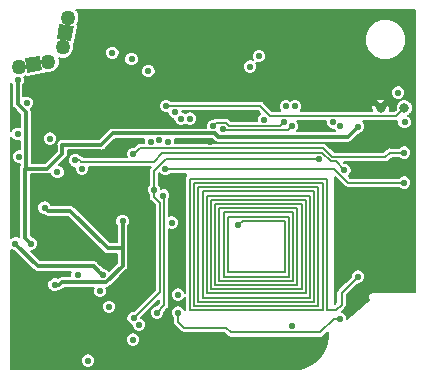
<source format=gbr>
G04 #@! TF.GenerationSoftware,KiCad,Pcbnew,(5.0.0-rc2-92-g9552e0272)*
G04 #@! TF.CreationDate,2018-06-17T01:32:07-07:00*
G04 #@! TF.ProjectId,sprite,7370726974652E6B696361645F706362,rev?*
G04 #@! TF.SameCoordinates,Original*
G04 #@! TF.FileFunction,Copper,L3,Inr,Signal*
G04 #@! TF.FilePolarity,Positive*
%FSLAX46Y46*%
G04 Gerber Fmt 4.6, Leading zero omitted, Abs format (unit mm)*
G04 Created by KiCad (PCBNEW (5.0.0-rc2-92-g9552e0272)) date Sun Jun 17 01:32:07 2018*
%MOMM*%
%LPD*%
G01*
G04 APERTURE LIST*
G04 #@! TA.AperFunction,ViaPad*
%ADD10C,0.812800*%
G04 #@! TD*
G04 #@! TA.AperFunction,ViaPad*
%ADD11C,1.270000*%
G04 #@! TD*
G04 #@! TA.AperFunction,Conductor*
%ADD12C,0.076200*%
G04 #@! TD*
G04 #@! TA.AperFunction,ViaPad*
%ADD13C,0.558800*%
G04 #@! TD*
G04 #@! TA.AperFunction,Conductor*
%ADD14C,0.304800*%
G04 #@! TD*
G04 #@! TA.AperFunction,Conductor*
%ADD15C,0.203200*%
G04 #@! TD*
G04 #@! TA.AperFunction,Conductor*
%ADD16C,0.152400*%
G04 #@! TD*
G04 APERTURE END LIST*
D10*
G04 #@! TO.N,GND*
G04 #@! TO.C,B1*
X152541100Y-92152074D03*
G04 #@! TO.N,/VBAT*
X154541100Y-92152074D03*
G04 #@! TD*
D11*
G04 #@! TO.N,/RF_N*
G04 #@! TO.C,A1*
X121890394Y-88672607D03*
X124391806Y-88231541D03*
X123141100Y-88452074D03*
D12*
G36*
X123656186Y-87716454D02*
X123876720Y-88967160D01*
X122626014Y-89187694D01*
X122405480Y-87936988D01*
X123656186Y-87716454D01*
X123656186Y-87716454D01*
G37*
G04 #@! TD*
D11*
G04 #@! TO.N,/RF_P*
G04 #@! TO.C,A2*
X125620567Y-87002780D03*
X126061633Y-84501368D03*
X125841100Y-85752074D03*
D12*
G36*
X125326014Y-85016454D02*
X126576720Y-85236988D01*
X126356186Y-86487694D01*
X125105480Y-86267160D01*
X125326014Y-85016454D01*
X125326014Y-85016454D01*
G37*
G04 #@! TD*
D13*
G04 #@! TO.N,VCC*
X131572000Y-111760000D03*
X131445000Y-88005112D03*
X121607700Y-103632000D03*
X129013769Y-106302674D03*
G04 #@! TO.N,GND*
X154178000Y-100838000D03*
X149352000Y-95504000D03*
X131064000Y-107696000D03*
X153162000Y-97282000D03*
X124714000Y-104394000D03*
X124206000Y-112014000D03*
X143827500Y-84328000D03*
X133096000Y-103886000D03*
X149606000Y-106426000D03*
X129540000Y-84836000D03*
X121539000Y-99441000D03*
X136652000Y-87401410D03*
X138938000Y-87401410D03*
X132842000Y-113601500D03*
X134747000Y-87566500D03*
X129540000Y-111252000D03*
X123825928Y-99884051D03*
X127571500Y-92329000D03*
X128524000Y-93980000D03*
X146812000Y-93700714D03*
X140462000Y-86360000D03*
X138049000Y-94996000D03*
X121539000Y-93599000D03*
X127254000Y-103886000D03*
X148286928Y-84393524D03*
X141478000Y-114046000D03*
X145542000Y-114046000D03*
G04 #@! TO.N,VCCINT*
X141478000Y-88646000D03*
X145034000Y-110617000D03*
X130683000Y-101727000D03*
X134873998Y-101854000D03*
X124079000Y-100584000D03*
X124932508Y-107105166D03*
X122555000Y-91701184D03*
G04 #@! TO.N,VCCIO*
X127762000Y-113538000D03*
X122936000Y-103632000D03*
X126873000Y-106299000D03*
X150622000Y-93726000D03*
X121793000Y-89789000D03*
G04 #@! TO.N,Net-(R6-Pad2)*
X142690833Y-93135433D03*
X142240000Y-87757000D03*
G04 #@! TO.N,/SDA*
X144526000Y-92004126D03*
X138353828Y-93693411D03*
X144383431Y-93345103D03*
G04 #@! TO.N,/SCL*
X145286309Y-92004192D03*
X145041633Y-93700714D03*
X139159901Y-93947901D03*
G04 #@! TO.N,/REG_D1*
X132867380Y-89027000D03*
X133084799Y-94995991D03*
G04 #@! TO.N,/REG_D0*
X135636000Y-93047365D03*
G04 #@! TO.N,/DSW*
X129821642Y-87471712D03*
X133784765Y-94869125D03*
G04 #@! TO.N,Net-(R10-Pad2)*
X134556500Y-94996000D03*
G04 #@! TO.N,Net-(R9-Pad1)*
X136398000Y-93047363D03*
G04 #@! TO.N,/PGOOD*
X135128000Y-92509886D03*
G04 #@! TO.N,/VBAT*
X134366000Y-91976486D03*
G04 #@! TO.N,/REGGOOD*
X124546167Y-94742000D03*
G04 #@! TO.N,Net-(R7-Pad1)*
X125177223Y-97586290D03*
G04 #@! TO.N,/EN_3*
X128778000Y-107645210D03*
G04 #@! TO.N,/EN_2*
X149462473Y-97400117D03*
X126677189Y-96583116D03*
G04 #@! TO.N,/EN_1*
X132080000Y-110490000D03*
G04 #@! TO.N,/TST*
X121793000Y-94361000D03*
X154559000Y-93345000D03*
G04 #@! TO.N,/UART_RX*
X154541100Y-98462074D03*
X134309429Y-97304922D03*
G04 #@! TO.N,/UART_TX*
X154541100Y-95922074D03*
X131610391Y-96071192D03*
G04 #@! TO.N,/PWM2*
X133604000Y-109474000D03*
X134121896Y-99558104D03*
G04 #@! TO.N,/PWM1*
X131625015Y-109943364D03*
X147341087Y-96494590D03*
X129536178Y-108969822D03*
X133349992Y-99060000D03*
G04 #@! TO.N,Net-(L4-Pad2)*
X148499742Y-93360490D03*
G04 #@! TO.N,Net-(R12-Pad1)*
X149124298Y-93700714D03*
G04 #@! TO.N,Net-(R22-Pad2)*
X135382000Y-109474000D03*
X149098000Y-109982000D03*
G04 #@! TO.N,Net-(R22-Pad1)*
X150622000Y-106426000D03*
X135382000Y-107950000D03*
X140462000Y-102082600D03*
G04 #@! TO.N,/~RST*
X154025600Y-90842074D03*
X121920000Y-96266000D03*
G04 #@! TO.N,Net-(U1-Pad47)*
X127254000Y-97281954D03*
G04 #@! TD*
D14*
G04 #@! TO.N,VCC*
X128734370Y-106023275D02*
X129013769Y-106302674D01*
X123512700Y-105537000D02*
X128248095Y-105537000D01*
X121607700Y-103632000D02*
X123512700Y-105537000D01*
X128248095Y-105537000D02*
X128734370Y-106023275D01*
G04 #@! TO.N,VCCINT*
X130683000Y-104013000D02*
X130683000Y-101727000D01*
X129413000Y-104013000D02*
X130683000Y-104013000D01*
X126263399Y-100863399D02*
X129413000Y-104013000D01*
X124358399Y-100863399D02*
X126263399Y-100863399D01*
X124079000Y-100584000D02*
X124358399Y-100863399D01*
X125327639Y-107105166D02*
X125545930Y-106886875D01*
X129294186Y-106886875D02*
X130683000Y-105498061D01*
X130683000Y-105498061D02*
X130683000Y-104013000D01*
X125545930Y-106886875D02*
X129294186Y-106886875D01*
X124932508Y-107105166D02*
X125327639Y-107105166D01*
G04 #@! TO.N,VCCIO*
X122936000Y-103632000D02*
X122415299Y-103111299D01*
X129870076Y-94284924D02*
X128900420Y-95254580D01*
X138785486Y-94589612D02*
X138480798Y-94284924D01*
X150622000Y-93726000D02*
X149758388Y-94589612D01*
X128900420Y-95254580D02*
X125584538Y-95254580D01*
X149758388Y-94589612D02*
X138785486Y-94589612D01*
X138480798Y-94284924D02*
X129870076Y-94284924D01*
X125584538Y-96006080D02*
X124308618Y-97282000D01*
X124308618Y-97282000D02*
X122415299Y-97282000D01*
X125584538Y-95254580D02*
X125584538Y-96006080D01*
X122415299Y-103111299D02*
X122415299Y-97282000D01*
X122504201Y-97193098D02*
X122504201Y-92500631D01*
X122504201Y-92500631D02*
X121793000Y-91789430D01*
X122415299Y-97282000D02*
X122504201Y-97193098D01*
X121793000Y-91789430D02*
X121793000Y-90184131D01*
X121793000Y-90184131D02*
X121793000Y-89789000D01*
D15*
G04 #@! TO.N,/SDA*
X139670268Y-93668834D02*
X139415446Y-93414012D01*
X138633227Y-93414012D02*
X138353828Y-93693411D01*
X144383431Y-93345103D02*
X144059700Y-93668834D01*
X144059700Y-93668834D02*
X139670268Y-93668834D01*
X139415446Y-93414012D02*
X138633227Y-93414012D01*
G04 #@! TO.N,/SCL*
X145041633Y-93700714D02*
X144717902Y-94024445D01*
X139236445Y-94024445D02*
X139159901Y-93947901D01*
X144717902Y-94024445D02*
X139236445Y-94024445D01*
G04 #@! TO.N,/VBAT*
X154541100Y-92152074D02*
X153856174Y-92837000D01*
X143156536Y-92811702D02*
X142321320Y-91976486D01*
X142321320Y-91976486D02*
X134761131Y-91976486D01*
X153856174Y-92837000D02*
X148765686Y-92837000D01*
X134761131Y-91976486D02*
X134366000Y-91976486D01*
X148765686Y-92837000D02*
X148740388Y-92811702D01*
X148740388Y-92811702D02*
X143156536Y-92811702D01*
G04 #@! TO.N,/EN_2*
X148308322Y-96672389D02*
X147597121Y-95961188D01*
X133309353Y-96705098D02*
X127194302Y-96705098D01*
X147597121Y-95961188D02*
X147085053Y-95961188D01*
X147083198Y-95963043D02*
X134051408Y-95963043D01*
X134051408Y-95963043D02*
X133309353Y-96705098D01*
X127194302Y-96705098D02*
X127072320Y-96583116D01*
X149462473Y-97400117D02*
X148734745Y-96672389D01*
X147085053Y-95961188D02*
X147083198Y-95963043D01*
X148734745Y-96672389D02*
X148308322Y-96672389D01*
X127072320Y-96583116D02*
X126677189Y-96583116D01*
G04 #@! TO.N,/UART_RX*
X149770074Y-98462074D02*
X148612922Y-97304922D01*
X134704560Y-97304922D02*
X134309429Y-97304922D01*
X154541100Y-98462074D02*
X149770074Y-98462074D01*
X148612922Y-97304922D02*
X134704560Y-97304922D01*
G04 #@! TO.N,/UART_TX*
X131889790Y-95791793D02*
X131610391Y-96071192D01*
X148455620Y-96316778D02*
X147693620Y-95554778D01*
X152943196Y-96316778D02*
X148455620Y-96316778D01*
X154541100Y-95922074D02*
X153337900Y-95922074D01*
X153337900Y-95922074D02*
X152943196Y-96316778D01*
X147693620Y-95554778D02*
X132126805Y-95554778D01*
X132126805Y-95554778D02*
X131889790Y-95791793D01*
G04 #@! TO.N,/PWM2*
X134213611Y-99669611D02*
X134112000Y-99568000D01*
X134112000Y-99568000D02*
X134121896Y-99558104D01*
X133604000Y-109474000D02*
X134213611Y-108864389D01*
X134213611Y-108864389D02*
X134213611Y-99669611D01*
G04 #@! TO.N,/PWM1*
X133349992Y-98664869D02*
X133349992Y-99060000D01*
X133858000Y-100217133D02*
X133349992Y-99709125D01*
X147341087Y-96494590D02*
X134358314Y-96494590D01*
X131625015Y-109943364D02*
X133858000Y-107710379D01*
X133349992Y-99455131D02*
X133349992Y-99060000D01*
X133349992Y-99709125D02*
X133349992Y-99455131D01*
X134358314Y-96494590D02*
X133349992Y-97502912D01*
X133858000Y-107710379D02*
X133858000Y-100217133D01*
X133349992Y-97502912D02*
X133349992Y-98664869D01*
G04 #@! TO.N,Net-(R22-Pad2)*
X147421599Y-111150401D02*
X148590000Y-109982000D01*
X139852401Y-111150401D02*
X147421599Y-111150401D01*
X135890000Y-110744000D02*
X139446000Y-110744000D01*
X139446000Y-110744000D02*
X139852401Y-111150401D01*
X148590000Y-109982000D02*
X149098000Y-109982000D01*
X135382000Y-110236000D02*
X135890000Y-110744000D01*
X135382000Y-109474000D02*
X135382000Y-110236000D01*
G04 #@! TO.N,Net-(R22-Pad1)*
X138176000Y-99923600D02*
X146202400Y-99923600D01*
X138176000Y-107492800D02*
X138176000Y-99923600D01*
X138887200Y-100634800D02*
X145491200Y-100634800D01*
X145846800Y-100279200D02*
X145846800Y-107492800D01*
X138531600Y-107137200D02*
X138531600Y-100279200D01*
X145491200Y-100634800D02*
X145491200Y-107137200D01*
X138887200Y-106781600D02*
X138887200Y-100634800D01*
X146558000Y-99568000D02*
X146558000Y-108204000D01*
X147624800Y-98501200D02*
X147624800Y-109270800D01*
X147980400Y-98145600D02*
X147980400Y-109270800D01*
X149225000Y-107823000D02*
X150622000Y-106426000D01*
X138531600Y-100279200D02*
X145846800Y-100279200D01*
X145135600Y-106781600D02*
X138887200Y-106781600D01*
X145135600Y-100990400D02*
X145135600Y-106781600D01*
X144424400Y-106070400D02*
X139598400Y-106070400D01*
X139242800Y-106426000D02*
X139242800Y-100990400D01*
X140462000Y-102082600D02*
X140843000Y-101701600D01*
X145846800Y-107492800D02*
X138176000Y-107492800D01*
X145491200Y-107137200D02*
X138531600Y-107137200D01*
X136398000Y-109270800D02*
X136398000Y-98145600D01*
X148742400Y-109270800D02*
X149225000Y-108788200D01*
X144780000Y-106426000D02*
X139242800Y-106426000D01*
X144780000Y-101346000D02*
X144780000Y-106426000D01*
X139242800Y-100990400D02*
X145135600Y-100990400D01*
X146202400Y-99923600D02*
X146202400Y-107848400D01*
X137820400Y-99568000D02*
X146558000Y-99568000D01*
X147269200Y-108915200D02*
X136753600Y-108915200D01*
X146558000Y-108204000D02*
X137464800Y-108204000D01*
X137464800Y-108204000D02*
X137464800Y-99212400D01*
X147980400Y-109270800D02*
X148742400Y-109270800D01*
X137464800Y-99212400D02*
X146913600Y-99212400D01*
X146913600Y-99212400D02*
X146913600Y-108559600D01*
X137109200Y-98856800D02*
X147269200Y-98856800D01*
X140843000Y-101701600D02*
X144424400Y-101701600D01*
X139598400Y-106070400D02*
X139598400Y-101346000D01*
X147269200Y-98856800D02*
X147269200Y-108915200D01*
X144424400Y-101701600D02*
X144424400Y-106070400D01*
X146913600Y-108559600D02*
X137109200Y-108559600D01*
X136753600Y-108915200D02*
X136753600Y-98501200D01*
X139598400Y-101346000D02*
X144780000Y-101346000D01*
X149225000Y-108788200D02*
X149225000Y-107823000D01*
X147624800Y-109270800D02*
X136398000Y-109270800D01*
X137820400Y-107848400D02*
X137820400Y-99568000D01*
X137109200Y-108559600D02*
X137109200Y-98856800D01*
X136753600Y-98501200D02*
X147624800Y-98501200D01*
X146202400Y-107848400D02*
X137820400Y-107848400D01*
X136398000Y-98145600D02*
X147980400Y-98145600D01*
G04 #@! TD*
D16*
G04 #@! TO.N,GND*
G36*
X132475199Y-94874734D02*
X132475199Y-95117248D01*
X132477572Y-95122978D01*
X132169327Y-95122978D01*
X132126805Y-95114520D01*
X132084283Y-95122978D01*
X132084279Y-95122978D01*
X131958325Y-95148032D01*
X131815495Y-95243468D01*
X131791405Y-95279521D01*
X131614534Y-95456392D01*
X131614531Y-95456394D01*
X131609333Y-95461592D01*
X131489134Y-95461592D01*
X131265080Y-95554398D01*
X131093597Y-95725881D01*
X131000791Y-95949935D01*
X131000791Y-96192449D01*
X131034280Y-96273298D01*
X127384627Y-96273298D01*
X127383630Y-96271806D01*
X127240800Y-96176370D01*
X127114846Y-96151316D01*
X127114842Y-96151316D01*
X127105670Y-96149492D01*
X127022500Y-96066322D01*
X126798446Y-95973516D01*
X126555932Y-95973516D01*
X126331878Y-96066322D01*
X126160395Y-96237805D01*
X126067589Y-96461859D01*
X126067589Y-96704373D01*
X126160395Y-96928427D01*
X126331878Y-97099910D01*
X126555932Y-97192716D01*
X126644400Y-97192716D01*
X126644400Y-97403211D01*
X126737206Y-97627265D01*
X126908689Y-97798748D01*
X127132743Y-97891554D01*
X127375257Y-97891554D01*
X127599311Y-97798748D01*
X127770794Y-97627265D01*
X127863600Y-97403211D01*
X127863600Y-97160697D01*
X127853742Y-97136898D01*
X133105349Y-97136898D01*
X133074734Y-97167513D01*
X133038682Y-97191602D01*
X132943246Y-97334433D01*
X132918192Y-97460387D01*
X132918192Y-97460390D01*
X132909734Y-97502912D01*
X132918192Y-97545434D01*
X132918193Y-98622339D01*
X132918192Y-98622344D01*
X132918192Y-98629695D01*
X132833198Y-98714689D01*
X132740392Y-98938743D01*
X132740392Y-99181257D01*
X132833198Y-99405311D01*
X132918192Y-99490305D01*
X132918192Y-99666603D01*
X132909734Y-99709125D01*
X132918192Y-99751647D01*
X132918192Y-99751650D01*
X132943246Y-99877604D01*
X133038682Y-100020435D01*
X133074734Y-100044524D01*
X133426201Y-100395992D01*
X133426200Y-107531521D01*
X131623958Y-109333764D01*
X131503758Y-109333764D01*
X131279704Y-109426570D01*
X131108221Y-109598053D01*
X131015415Y-109822107D01*
X131015415Y-110064621D01*
X131108221Y-110288675D01*
X131279704Y-110460158D01*
X131470400Y-110539147D01*
X131470400Y-110611257D01*
X131563206Y-110835311D01*
X131734689Y-111006794D01*
X131958743Y-111099600D01*
X132201257Y-111099600D01*
X132425311Y-111006794D01*
X132596794Y-110835311D01*
X132689600Y-110611257D01*
X132689600Y-110368743D01*
X132596794Y-110144689D01*
X132425311Y-109973206D01*
X132270115Y-109908922D01*
X133781811Y-108397226D01*
X133781811Y-108685531D01*
X133602943Y-108864400D01*
X133482743Y-108864400D01*
X133258689Y-108957206D01*
X133087206Y-109128689D01*
X132994400Y-109352743D01*
X132994400Y-109595257D01*
X133087206Y-109819311D01*
X133258689Y-109990794D01*
X133482743Y-110083600D01*
X133725257Y-110083600D01*
X133949311Y-109990794D01*
X134120794Y-109819311D01*
X134213600Y-109595257D01*
X134213600Y-109475057D01*
X134488872Y-109199786D01*
X134524921Y-109175699D01*
X134556333Y-109128689D01*
X134620357Y-109032869D01*
X134633589Y-108966346D01*
X134645411Y-108906915D01*
X134645411Y-108906912D01*
X134653869Y-108864390D01*
X134645411Y-108821868D01*
X134645411Y-102419143D01*
X134752741Y-102463600D01*
X134995255Y-102463600D01*
X135219309Y-102370794D01*
X135390792Y-102199311D01*
X135483598Y-101975257D01*
X135483598Y-101732743D01*
X135390792Y-101508689D01*
X135219309Y-101337206D01*
X134995255Y-101244400D01*
X134752741Y-101244400D01*
X134645411Y-101288857D01*
X134645411Y-99887189D01*
X134731496Y-99679361D01*
X134731496Y-99436847D01*
X134638690Y-99212793D01*
X134467207Y-99041310D01*
X134243153Y-98948504D01*
X134000639Y-98948504D01*
X133959592Y-98965506D01*
X133959592Y-98938743D01*
X133866786Y-98714689D01*
X133781792Y-98629695D01*
X133781792Y-97681769D01*
X133802982Y-97660580D01*
X133964118Y-97821716D01*
X134188172Y-97914522D01*
X134430686Y-97914522D01*
X134654740Y-97821716D01*
X134739734Y-97736722D01*
X136067800Y-97736722D01*
X136067800Y-97862561D01*
X135991254Y-97977120D01*
X135957741Y-98145600D01*
X135966201Y-98188131D01*
X135966200Y-107767422D01*
X135898794Y-107604689D01*
X135727311Y-107433206D01*
X135503257Y-107340400D01*
X135260743Y-107340400D01*
X135036689Y-107433206D01*
X134865206Y-107604689D01*
X134772400Y-107828743D01*
X134772400Y-108071257D01*
X134865206Y-108295311D01*
X135036689Y-108466794D01*
X135260743Y-108559600D01*
X135503257Y-108559600D01*
X135727311Y-108466794D01*
X135898794Y-108295311D01*
X135966200Y-108132578D01*
X135966200Y-109228274D01*
X135957741Y-109270800D01*
X135957818Y-109271185D01*
X135898794Y-109128689D01*
X135727311Y-108957206D01*
X135503257Y-108864400D01*
X135260743Y-108864400D01*
X135036689Y-108957206D01*
X134865206Y-109128689D01*
X134772400Y-109352743D01*
X134772400Y-109595257D01*
X134865206Y-109819311D01*
X134950201Y-109904306D01*
X134950201Y-110193474D01*
X134941742Y-110236000D01*
X134975254Y-110404479D01*
X135046601Y-110511258D01*
X135046603Y-110511260D01*
X135070691Y-110547310D01*
X135106741Y-110571398D01*
X135554600Y-111019257D01*
X135578690Y-111055310D01*
X135721520Y-111150746D01*
X135847474Y-111175800D01*
X135847478Y-111175800D01*
X135889999Y-111184258D01*
X135932520Y-111175800D01*
X139267143Y-111175800D01*
X139517003Y-111425661D01*
X139541091Y-111461711D01*
X139577141Y-111485799D01*
X139577142Y-111485800D01*
X139648016Y-111533156D01*
X139683921Y-111557147D01*
X139809875Y-111582201D01*
X139809879Y-111582201D01*
X139852401Y-111590659D01*
X139894923Y-111582201D01*
X147379077Y-111582201D01*
X147421599Y-111590659D01*
X147464121Y-111582201D01*
X147464125Y-111582201D01*
X147590079Y-111557147D01*
X147732909Y-111461711D01*
X147756999Y-111425658D01*
X148061355Y-111121302D01*
X148085648Y-111459797D01*
X147993827Y-112089582D01*
X147768910Y-112684959D01*
X147421393Y-113218148D01*
X146967484Y-113664278D01*
X146428369Y-114002529D01*
X145813761Y-114222649D01*
X145698852Y-114246874D01*
X121246300Y-114246874D01*
X121246300Y-113416743D01*
X127152400Y-113416743D01*
X127152400Y-113659257D01*
X127245206Y-113883311D01*
X127416689Y-114054794D01*
X127640743Y-114147600D01*
X127883257Y-114147600D01*
X128107311Y-114054794D01*
X128278794Y-113883311D01*
X128371600Y-113659257D01*
X128371600Y-113416743D01*
X128278794Y-113192689D01*
X128107311Y-113021206D01*
X127883257Y-112928400D01*
X127640743Y-112928400D01*
X127416689Y-113021206D01*
X127245206Y-113192689D01*
X127152400Y-113416743D01*
X121246300Y-113416743D01*
X121246300Y-111638743D01*
X130962400Y-111638743D01*
X130962400Y-111881257D01*
X131055206Y-112105311D01*
X131226689Y-112276794D01*
X131450743Y-112369600D01*
X131693257Y-112369600D01*
X131917311Y-112276794D01*
X132088794Y-112105311D01*
X132181600Y-111881257D01*
X132181600Y-111638743D01*
X132088794Y-111414689D01*
X131917311Y-111243206D01*
X131693257Y-111150400D01*
X131450743Y-111150400D01*
X131226689Y-111243206D01*
X131055206Y-111414689D01*
X130962400Y-111638743D01*
X121246300Y-111638743D01*
X121246300Y-108848565D01*
X128926578Y-108848565D01*
X128926578Y-109091079D01*
X129019384Y-109315133D01*
X129190867Y-109486616D01*
X129414921Y-109579422D01*
X129657435Y-109579422D01*
X129881489Y-109486616D01*
X130052972Y-109315133D01*
X130145778Y-109091079D01*
X130145778Y-108848565D01*
X130052972Y-108624511D01*
X129881489Y-108453028D01*
X129657435Y-108360222D01*
X129414921Y-108360222D01*
X129190867Y-108453028D01*
X129019384Y-108624511D01*
X128926578Y-108848565D01*
X121246300Y-108848565D01*
X121246300Y-104132705D01*
X121262389Y-104148794D01*
X121486443Y-104241600D01*
X121534802Y-104241600D01*
X123137840Y-105844639D01*
X123164765Y-105884935D01*
X123266123Y-105952660D01*
X123324398Y-105991599D01*
X123512700Y-106029054D01*
X123560229Y-106019600D01*
X126328905Y-106019600D01*
X126263400Y-106177743D01*
X126263400Y-106404275D01*
X125593457Y-106404275D01*
X125545929Y-106394821D01*
X125498401Y-106404275D01*
X125357629Y-106432276D01*
X125197995Y-106538940D01*
X125189429Y-106551760D01*
X125053765Y-106495566D01*
X124811251Y-106495566D01*
X124587197Y-106588372D01*
X124415714Y-106759855D01*
X124322908Y-106983909D01*
X124322908Y-107226423D01*
X124415714Y-107450477D01*
X124587197Y-107621960D01*
X124811251Y-107714766D01*
X125053765Y-107714766D01*
X125277819Y-107621960D01*
X125306720Y-107593059D01*
X125327639Y-107597220D01*
X125375167Y-107587766D01*
X125375168Y-107587766D01*
X125515940Y-107559765D01*
X125675574Y-107453101D01*
X125702501Y-107412802D01*
X125745828Y-107369475D01*
X128232387Y-107369475D01*
X128168400Y-107523953D01*
X128168400Y-107766467D01*
X128261206Y-107990521D01*
X128432689Y-108162004D01*
X128656743Y-108254810D01*
X128899257Y-108254810D01*
X129123311Y-108162004D01*
X129294794Y-107990521D01*
X129387600Y-107766467D01*
X129387600Y-107523953D01*
X129324991Y-107372801D01*
X129341714Y-107369475D01*
X129341715Y-107369475D01*
X129482487Y-107341474D01*
X129642121Y-107234810D01*
X129669048Y-107194512D01*
X130990642Y-105872918D01*
X131030935Y-105845996D01*
X131137599Y-105686362D01*
X131165600Y-105545590D01*
X131165600Y-105545589D01*
X131175054Y-105498061D01*
X131165600Y-105450532D01*
X131165600Y-104060528D01*
X131175054Y-104013000D01*
X131165600Y-103965471D01*
X131165600Y-102106505D01*
X131199794Y-102072311D01*
X131292600Y-101848257D01*
X131292600Y-101605743D01*
X131199794Y-101381689D01*
X131028311Y-101210206D01*
X130804257Y-101117400D01*
X130561743Y-101117400D01*
X130337689Y-101210206D01*
X130166206Y-101381689D01*
X130073400Y-101605743D01*
X130073400Y-101848257D01*
X130166206Y-102072311D01*
X130200401Y-102106506D01*
X130200400Y-103530400D01*
X129612899Y-103530400D01*
X126638261Y-100555763D01*
X126611334Y-100515464D01*
X126451700Y-100408800D01*
X126310928Y-100380799D01*
X126310927Y-100380799D01*
X126263399Y-100371345D01*
X126215871Y-100380799D01*
X124654658Y-100380799D01*
X124595794Y-100238689D01*
X124424311Y-100067206D01*
X124200257Y-99974400D01*
X123957743Y-99974400D01*
X123733689Y-100067206D01*
X123562206Y-100238689D01*
X123469400Y-100462743D01*
X123469400Y-100705257D01*
X123562206Y-100929311D01*
X123733689Y-101100794D01*
X123957743Y-101193600D01*
X123998615Y-101193600D01*
X124010464Y-101211334D01*
X124134672Y-101294327D01*
X124170097Y-101317998D01*
X124358399Y-101355453D01*
X124405928Y-101345999D01*
X126063501Y-101345999D01*
X129038140Y-104320639D01*
X129065065Y-104360935D01*
X129224699Y-104467599D01*
X129365471Y-104495600D01*
X129412999Y-104505054D01*
X129460527Y-104495600D01*
X130200401Y-104495600D01*
X130200400Y-105298161D01*
X129533678Y-105964884D01*
X129530563Y-105957363D01*
X129359080Y-105785880D01*
X129135026Y-105693074D01*
X129086669Y-105693074D01*
X128622956Y-105229363D01*
X128596030Y-105189065D01*
X128436396Y-105082401D01*
X128295624Y-105054400D01*
X128295623Y-105054400D01*
X128248095Y-105044946D01*
X128200567Y-105054400D01*
X123712599Y-105054400D01*
X122899798Y-104241600D01*
X123057257Y-104241600D01*
X123281311Y-104148794D01*
X123452794Y-103977311D01*
X123545600Y-103753257D01*
X123545600Y-103510743D01*
X123452794Y-103286689D01*
X123281311Y-103115206D01*
X123057257Y-103022400D01*
X123008898Y-103022400D01*
X122897899Y-102911401D01*
X122897899Y-97764600D01*
X124261090Y-97764600D01*
X124308618Y-97774054D01*
X124356146Y-97764600D01*
X124356147Y-97764600D01*
X124496919Y-97736599D01*
X124567623Y-97689356D01*
X124567623Y-97707547D01*
X124660429Y-97931601D01*
X124831912Y-98103084D01*
X125055966Y-98195890D01*
X125298480Y-98195890D01*
X125522534Y-98103084D01*
X125694017Y-97931601D01*
X125786823Y-97707547D01*
X125786823Y-97465033D01*
X125694017Y-97240979D01*
X125522534Y-97069496D01*
X125298480Y-96976690D01*
X125296427Y-96976690D01*
X125892177Y-96380940D01*
X125932473Y-96354015D01*
X126039137Y-96194381D01*
X126067138Y-96053609D01*
X126076592Y-96006081D01*
X126067138Y-95958553D01*
X126067138Y-95737180D01*
X128852892Y-95737180D01*
X128900420Y-95746634D01*
X128947948Y-95737180D01*
X128947949Y-95737180D01*
X129088721Y-95709179D01*
X129248355Y-95602515D01*
X129275282Y-95562217D01*
X130069976Y-94767524D01*
X132519607Y-94767524D01*
X132475199Y-94874734D01*
X132475199Y-94874734D01*
G37*
X132475199Y-94874734D02*
X132475199Y-95117248D01*
X132477572Y-95122978D01*
X132169327Y-95122978D01*
X132126805Y-95114520D01*
X132084283Y-95122978D01*
X132084279Y-95122978D01*
X131958325Y-95148032D01*
X131815495Y-95243468D01*
X131791405Y-95279521D01*
X131614534Y-95456392D01*
X131614531Y-95456394D01*
X131609333Y-95461592D01*
X131489134Y-95461592D01*
X131265080Y-95554398D01*
X131093597Y-95725881D01*
X131000791Y-95949935D01*
X131000791Y-96192449D01*
X131034280Y-96273298D01*
X127384627Y-96273298D01*
X127383630Y-96271806D01*
X127240800Y-96176370D01*
X127114846Y-96151316D01*
X127114842Y-96151316D01*
X127105670Y-96149492D01*
X127022500Y-96066322D01*
X126798446Y-95973516D01*
X126555932Y-95973516D01*
X126331878Y-96066322D01*
X126160395Y-96237805D01*
X126067589Y-96461859D01*
X126067589Y-96704373D01*
X126160395Y-96928427D01*
X126331878Y-97099910D01*
X126555932Y-97192716D01*
X126644400Y-97192716D01*
X126644400Y-97403211D01*
X126737206Y-97627265D01*
X126908689Y-97798748D01*
X127132743Y-97891554D01*
X127375257Y-97891554D01*
X127599311Y-97798748D01*
X127770794Y-97627265D01*
X127863600Y-97403211D01*
X127863600Y-97160697D01*
X127853742Y-97136898D01*
X133105349Y-97136898D01*
X133074734Y-97167513D01*
X133038682Y-97191602D01*
X132943246Y-97334433D01*
X132918192Y-97460387D01*
X132918192Y-97460390D01*
X132909734Y-97502912D01*
X132918192Y-97545434D01*
X132918193Y-98622339D01*
X132918192Y-98622344D01*
X132918192Y-98629695D01*
X132833198Y-98714689D01*
X132740392Y-98938743D01*
X132740392Y-99181257D01*
X132833198Y-99405311D01*
X132918192Y-99490305D01*
X132918192Y-99666603D01*
X132909734Y-99709125D01*
X132918192Y-99751647D01*
X132918192Y-99751650D01*
X132943246Y-99877604D01*
X133038682Y-100020435D01*
X133074734Y-100044524D01*
X133426201Y-100395992D01*
X133426200Y-107531521D01*
X131623958Y-109333764D01*
X131503758Y-109333764D01*
X131279704Y-109426570D01*
X131108221Y-109598053D01*
X131015415Y-109822107D01*
X131015415Y-110064621D01*
X131108221Y-110288675D01*
X131279704Y-110460158D01*
X131470400Y-110539147D01*
X131470400Y-110611257D01*
X131563206Y-110835311D01*
X131734689Y-111006794D01*
X131958743Y-111099600D01*
X132201257Y-111099600D01*
X132425311Y-111006794D01*
X132596794Y-110835311D01*
X132689600Y-110611257D01*
X132689600Y-110368743D01*
X132596794Y-110144689D01*
X132425311Y-109973206D01*
X132270115Y-109908922D01*
X133781811Y-108397226D01*
X133781811Y-108685531D01*
X133602943Y-108864400D01*
X133482743Y-108864400D01*
X133258689Y-108957206D01*
X133087206Y-109128689D01*
X132994400Y-109352743D01*
X132994400Y-109595257D01*
X133087206Y-109819311D01*
X133258689Y-109990794D01*
X133482743Y-110083600D01*
X133725257Y-110083600D01*
X133949311Y-109990794D01*
X134120794Y-109819311D01*
X134213600Y-109595257D01*
X134213600Y-109475057D01*
X134488872Y-109199786D01*
X134524921Y-109175699D01*
X134556333Y-109128689D01*
X134620357Y-109032869D01*
X134633589Y-108966346D01*
X134645411Y-108906915D01*
X134645411Y-108906912D01*
X134653869Y-108864390D01*
X134645411Y-108821868D01*
X134645411Y-102419143D01*
X134752741Y-102463600D01*
X134995255Y-102463600D01*
X135219309Y-102370794D01*
X135390792Y-102199311D01*
X135483598Y-101975257D01*
X135483598Y-101732743D01*
X135390792Y-101508689D01*
X135219309Y-101337206D01*
X134995255Y-101244400D01*
X134752741Y-101244400D01*
X134645411Y-101288857D01*
X134645411Y-99887189D01*
X134731496Y-99679361D01*
X134731496Y-99436847D01*
X134638690Y-99212793D01*
X134467207Y-99041310D01*
X134243153Y-98948504D01*
X134000639Y-98948504D01*
X133959592Y-98965506D01*
X133959592Y-98938743D01*
X133866786Y-98714689D01*
X133781792Y-98629695D01*
X133781792Y-97681769D01*
X133802982Y-97660580D01*
X133964118Y-97821716D01*
X134188172Y-97914522D01*
X134430686Y-97914522D01*
X134654740Y-97821716D01*
X134739734Y-97736722D01*
X136067800Y-97736722D01*
X136067800Y-97862561D01*
X135991254Y-97977120D01*
X135957741Y-98145600D01*
X135966201Y-98188131D01*
X135966200Y-107767422D01*
X135898794Y-107604689D01*
X135727311Y-107433206D01*
X135503257Y-107340400D01*
X135260743Y-107340400D01*
X135036689Y-107433206D01*
X134865206Y-107604689D01*
X134772400Y-107828743D01*
X134772400Y-108071257D01*
X134865206Y-108295311D01*
X135036689Y-108466794D01*
X135260743Y-108559600D01*
X135503257Y-108559600D01*
X135727311Y-108466794D01*
X135898794Y-108295311D01*
X135966200Y-108132578D01*
X135966200Y-109228274D01*
X135957741Y-109270800D01*
X135957818Y-109271185D01*
X135898794Y-109128689D01*
X135727311Y-108957206D01*
X135503257Y-108864400D01*
X135260743Y-108864400D01*
X135036689Y-108957206D01*
X134865206Y-109128689D01*
X134772400Y-109352743D01*
X134772400Y-109595257D01*
X134865206Y-109819311D01*
X134950201Y-109904306D01*
X134950201Y-110193474D01*
X134941742Y-110236000D01*
X134975254Y-110404479D01*
X135046601Y-110511258D01*
X135046603Y-110511260D01*
X135070691Y-110547310D01*
X135106741Y-110571398D01*
X135554600Y-111019257D01*
X135578690Y-111055310D01*
X135721520Y-111150746D01*
X135847474Y-111175800D01*
X135847478Y-111175800D01*
X135889999Y-111184258D01*
X135932520Y-111175800D01*
X139267143Y-111175800D01*
X139517003Y-111425661D01*
X139541091Y-111461711D01*
X139577141Y-111485799D01*
X139577142Y-111485800D01*
X139648016Y-111533156D01*
X139683921Y-111557147D01*
X139809875Y-111582201D01*
X139809879Y-111582201D01*
X139852401Y-111590659D01*
X139894923Y-111582201D01*
X147379077Y-111582201D01*
X147421599Y-111590659D01*
X147464121Y-111582201D01*
X147464125Y-111582201D01*
X147590079Y-111557147D01*
X147732909Y-111461711D01*
X147756999Y-111425658D01*
X148061355Y-111121302D01*
X148085648Y-111459797D01*
X147993827Y-112089582D01*
X147768910Y-112684959D01*
X147421393Y-113218148D01*
X146967484Y-113664278D01*
X146428369Y-114002529D01*
X145813761Y-114222649D01*
X145698852Y-114246874D01*
X121246300Y-114246874D01*
X121246300Y-113416743D01*
X127152400Y-113416743D01*
X127152400Y-113659257D01*
X127245206Y-113883311D01*
X127416689Y-114054794D01*
X127640743Y-114147600D01*
X127883257Y-114147600D01*
X128107311Y-114054794D01*
X128278794Y-113883311D01*
X128371600Y-113659257D01*
X128371600Y-113416743D01*
X128278794Y-113192689D01*
X128107311Y-113021206D01*
X127883257Y-112928400D01*
X127640743Y-112928400D01*
X127416689Y-113021206D01*
X127245206Y-113192689D01*
X127152400Y-113416743D01*
X121246300Y-113416743D01*
X121246300Y-111638743D01*
X130962400Y-111638743D01*
X130962400Y-111881257D01*
X131055206Y-112105311D01*
X131226689Y-112276794D01*
X131450743Y-112369600D01*
X131693257Y-112369600D01*
X131917311Y-112276794D01*
X132088794Y-112105311D01*
X132181600Y-111881257D01*
X132181600Y-111638743D01*
X132088794Y-111414689D01*
X131917311Y-111243206D01*
X131693257Y-111150400D01*
X131450743Y-111150400D01*
X131226689Y-111243206D01*
X131055206Y-111414689D01*
X130962400Y-111638743D01*
X121246300Y-111638743D01*
X121246300Y-108848565D01*
X128926578Y-108848565D01*
X128926578Y-109091079D01*
X129019384Y-109315133D01*
X129190867Y-109486616D01*
X129414921Y-109579422D01*
X129657435Y-109579422D01*
X129881489Y-109486616D01*
X130052972Y-109315133D01*
X130145778Y-109091079D01*
X130145778Y-108848565D01*
X130052972Y-108624511D01*
X129881489Y-108453028D01*
X129657435Y-108360222D01*
X129414921Y-108360222D01*
X129190867Y-108453028D01*
X129019384Y-108624511D01*
X128926578Y-108848565D01*
X121246300Y-108848565D01*
X121246300Y-104132705D01*
X121262389Y-104148794D01*
X121486443Y-104241600D01*
X121534802Y-104241600D01*
X123137840Y-105844639D01*
X123164765Y-105884935D01*
X123266123Y-105952660D01*
X123324398Y-105991599D01*
X123512700Y-106029054D01*
X123560229Y-106019600D01*
X126328905Y-106019600D01*
X126263400Y-106177743D01*
X126263400Y-106404275D01*
X125593457Y-106404275D01*
X125545929Y-106394821D01*
X125498401Y-106404275D01*
X125357629Y-106432276D01*
X125197995Y-106538940D01*
X125189429Y-106551760D01*
X125053765Y-106495566D01*
X124811251Y-106495566D01*
X124587197Y-106588372D01*
X124415714Y-106759855D01*
X124322908Y-106983909D01*
X124322908Y-107226423D01*
X124415714Y-107450477D01*
X124587197Y-107621960D01*
X124811251Y-107714766D01*
X125053765Y-107714766D01*
X125277819Y-107621960D01*
X125306720Y-107593059D01*
X125327639Y-107597220D01*
X125375167Y-107587766D01*
X125375168Y-107587766D01*
X125515940Y-107559765D01*
X125675574Y-107453101D01*
X125702501Y-107412802D01*
X125745828Y-107369475D01*
X128232387Y-107369475D01*
X128168400Y-107523953D01*
X128168400Y-107766467D01*
X128261206Y-107990521D01*
X128432689Y-108162004D01*
X128656743Y-108254810D01*
X128899257Y-108254810D01*
X129123311Y-108162004D01*
X129294794Y-107990521D01*
X129387600Y-107766467D01*
X129387600Y-107523953D01*
X129324991Y-107372801D01*
X129341714Y-107369475D01*
X129341715Y-107369475D01*
X129482487Y-107341474D01*
X129642121Y-107234810D01*
X129669048Y-107194512D01*
X130990642Y-105872918D01*
X131030935Y-105845996D01*
X131137599Y-105686362D01*
X131165600Y-105545590D01*
X131165600Y-105545589D01*
X131175054Y-105498061D01*
X131165600Y-105450532D01*
X131165600Y-104060528D01*
X131175054Y-104013000D01*
X131165600Y-103965471D01*
X131165600Y-102106505D01*
X131199794Y-102072311D01*
X131292600Y-101848257D01*
X131292600Y-101605743D01*
X131199794Y-101381689D01*
X131028311Y-101210206D01*
X130804257Y-101117400D01*
X130561743Y-101117400D01*
X130337689Y-101210206D01*
X130166206Y-101381689D01*
X130073400Y-101605743D01*
X130073400Y-101848257D01*
X130166206Y-102072311D01*
X130200401Y-102106506D01*
X130200400Y-103530400D01*
X129612899Y-103530400D01*
X126638261Y-100555763D01*
X126611334Y-100515464D01*
X126451700Y-100408800D01*
X126310928Y-100380799D01*
X126310927Y-100380799D01*
X126263399Y-100371345D01*
X126215871Y-100380799D01*
X124654658Y-100380799D01*
X124595794Y-100238689D01*
X124424311Y-100067206D01*
X124200257Y-99974400D01*
X123957743Y-99974400D01*
X123733689Y-100067206D01*
X123562206Y-100238689D01*
X123469400Y-100462743D01*
X123469400Y-100705257D01*
X123562206Y-100929311D01*
X123733689Y-101100794D01*
X123957743Y-101193600D01*
X123998615Y-101193600D01*
X124010464Y-101211334D01*
X124134672Y-101294327D01*
X124170097Y-101317998D01*
X124358399Y-101355453D01*
X124405928Y-101345999D01*
X126063501Y-101345999D01*
X129038140Y-104320639D01*
X129065065Y-104360935D01*
X129224699Y-104467599D01*
X129365471Y-104495600D01*
X129412999Y-104505054D01*
X129460527Y-104495600D01*
X130200401Y-104495600D01*
X130200400Y-105298161D01*
X129533678Y-105964884D01*
X129530563Y-105957363D01*
X129359080Y-105785880D01*
X129135026Y-105693074D01*
X129086669Y-105693074D01*
X128622956Y-105229363D01*
X128596030Y-105189065D01*
X128436396Y-105082401D01*
X128295624Y-105054400D01*
X128295623Y-105054400D01*
X128248095Y-105044946D01*
X128200567Y-105054400D01*
X123712599Y-105054400D01*
X122899798Y-104241600D01*
X123057257Y-104241600D01*
X123281311Y-104148794D01*
X123452794Y-103977311D01*
X123545600Y-103753257D01*
X123545600Y-103510743D01*
X123452794Y-103286689D01*
X123281311Y-103115206D01*
X123057257Y-103022400D01*
X123008898Y-103022400D01*
X122897899Y-102911401D01*
X122897899Y-97764600D01*
X124261090Y-97764600D01*
X124308618Y-97774054D01*
X124356146Y-97764600D01*
X124356147Y-97764600D01*
X124496919Y-97736599D01*
X124567623Y-97689356D01*
X124567623Y-97707547D01*
X124660429Y-97931601D01*
X124831912Y-98103084D01*
X125055966Y-98195890D01*
X125298480Y-98195890D01*
X125522534Y-98103084D01*
X125694017Y-97931601D01*
X125786823Y-97707547D01*
X125786823Y-97465033D01*
X125694017Y-97240979D01*
X125522534Y-97069496D01*
X125298480Y-96976690D01*
X125296427Y-96976690D01*
X125892177Y-96380940D01*
X125932473Y-96354015D01*
X126039137Y-96194381D01*
X126067138Y-96053609D01*
X126076592Y-96006081D01*
X126067138Y-95958553D01*
X126067138Y-95737180D01*
X128852892Y-95737180D01*
X128900420Y-95746634D01*
X128947948Y-95737180D01*
X128947949Y-95737180D01*
X129088721Y-95709179D01*
X129248355Y-95602515D01*
X129275282Y-95562217D01*
X130069976Y-94767524D01*
X132519607Y-94767524D01*
X132475199Y-94874734D01*
G36*
X155435900Y-107746874D02*
X151801193Y-107746874D01*
X151682999Y-107770384D01*
X151548967Y-107859941D01*
X151459410Y-107993973D01*
X151427962Y-108152074D01*
X151459410Y-108310175D01*
X151544159Y-108437011D01*
X149707600Y-109967477D01*
X149707600Y-109860743D01*
X149614794Y-109636689D01*
X149443311Y-109465206D01*
X149242026Y-109381831D01*
X149500258Y-109123599D01*
X149536310Y-109099510D01*
X149631746Y-108956680D01*
X149656800Y-108830726D01*
X149656800Y-108830722D01*
X149665258Y-108788201D01*
X149656800Y-108745680D01*
X149656800Y-108001857D01*
X150623057Y-107035600D01*
X150743257Y-107035600D01*
X150967311Y-106942794D01*
X151138794Y-106771311D01*
X151231600Y-106547257D01*
X151231600Y-106304743D01*
X151138794Y-106080689D01*
X150967311Y-105909206D01*
X150743257Y-105816400D01*
X150500743Y-105816400D01*
X150276689Y-105909206D01*
X150105206Y-106080689D01*
X150012400Y-106304743D01*
X150012400Y-106424943D01*
X148949741Y-107487602D01*
X148913691Y-107511690D01*
X148889603Y-107547740D01*
X148889601Y-107547742D01*
X148818254Y-107654521D01*
X148784742Y-107823000D01*
X148793201Y-107865527D01*
X148793200Y-108609343D01*
X148666200Y-108736343D01*
X148666200Y-97968857D01*
X149434676Y-98737334D01*
X149458764Y-98773384D01*
X149494814Y-98797472D01*
X149494815Y-98797473D01*
X149548508Y-98833349D01*
X149601594Y-98868820D01*
X149727548Y-98893874D01*
X149727551Y-98893874D01*
X149770073Y-98902332D01*
X149812595Y-98893874D01*
X154110795Y-98893874D01*
X154195789Y-98978868D01*
X154419843Y-99071674D01*
X154662357Y-99071674D01*
X154886411Y-98978868D01*
X155057894Y-98807385D01*
X155150700Y-98583331D01*
X155150700Y-98340817D01*
X155057894Y-98116763D01*
X154886411Y-97945280D01*
X154662357Y-97852474D01*
X154419843Y-97852474D01*
X154195789Y-97945280D01*
X154110795Y-98030274D01*
X149948932Y-98030274D01*
X149821676Y-97903019D01*
X149979267Y-97745428D01*
X150072073Y-97521374D01*
X150072073Y-97278860D01*
X149979267Y-97054806D01*
X149807784Y-96883323D01*
X149583730Y-96790517D01*
X149463531Y-96790517D01*
X149421592Y-96748578D01*
X152900674Y-96748578D01*
X152943196Y-96757036D01*
X152985718Y-96748578D01*
X152985722Y-96748578D01*
X153111676Y-96723524D01*
X153254506Y-96628088D01*
X153278595Y-96592036D01*
X153516758Y-96353874D01*
X154110795Y-96353874D01*
X154195789Y-96438868D01*
X154419843Y-96531674D01*
X154662357Y-96531674D01*
X154886411Y-96438868D01*
X155057894Y-96267385D01*
X155150700Y-96043331D01*
X155150700Y-95800817D01*
X155057894Y-95576763D01*
X154886411Y-95405280D01*
X154662357Y-95312474D01*
X154419843Y-95312474D01*
X154195789Y-95405280D01*
X154110795Y-95490274D01*
X153380426Y-95490274D01*
X153337900Y-95481815D01*
X153169420Y-95515328D01*
X153062641Y-95586675D01*
X153062640Y-95586676D01*
X153026590Y-95610764D01*
X153002502Y-95646814D01*
X152764339Y-95884978D01*
X148634478Y-95884978D01*
X148029019Y-95279520D01*
X148004930Y-95243468D01*
X147862100Y-95148032D01*
X147736146Y-95122978D01*
X147736142Y-95122978D01*
X147693620Y-95114520D01*
X147651098Y-95122978D01*
X135163730Y-95122978D01*
X135166100Y-95117257D01*
X135166100Y-94874743D01*
X135121689Y-94767524D01*
X138280900Y-94767524D01*
X138410624Y-94897248D01*
X138437551Y-94937547D01*
X138561759Y-95020540D01*
X138597184Y-95044211D01*
X138785486Y-95081666D01*
X138833015Y-95072212D01*
X149710860Y-95072212D01*
X149758388Y-95081666D01*
X149805916Y-95072212D01*
X149805917Y-95072212D01*
X149946689Y-95044211D01*
X150106323Y-94937547D01*
X150133250Y-94897248D01*
X150694899Y-94335600D01*
X150743257Y-94335600D01*
X150967311Y-94242794D01*
X151138794Y-94071311D01*
X151231600Y-93847257D01*
X151231600Y-93604743D01*
X151138794Y-93380689D01*
X151026905Y-93268800D01*
X153813652Y-93268800D01*
X153856174Y-93277258D01*
X153898696Y-93268800D01*
X153898700Y-93268800D01*
X153949400Y-93258715D01*
X153949400Y-93466257D01*
X154042206Y-93690311D01*
X154213689Y-93861794D01*
X154437743Y-93954600D01*
X154680257Y-93954600D01*
X154904311Y-93861794D01*
X155075794Y-93690311D01*
X155168600Y-93466257D01*
X155168600Y-93223743D01*
X155075794Y-92999689D01*
X154904311Y-92828206D01*
X154868956Y-92813561D01*
X154958350Y-92776533D01*
X155165559Y-92569324D01*
X155277700Y-92298593D01*
X155277700Y-92005555D01*
X155165559Y-91734824D01*
X154958350Y-91527615D01*
X154687619Y-91415474D01*
X154394581Y-91415474D01*
X154123850Y-91527615D01*
X153916641Y-91734824D01*
X153804500Y-92005555D01*
X153804500Y-92278017D01*
X153677317Y-92405200D01*
X153292361Y-92405200D01*
X153343865Y-92161949D01*
X153286537Y-91853992D01*
X153278979Y-91835746D01*
X153151102Y-91793519D01*
X152792547Y-92152074D01*
X152806690Y-92166217D01*
X152567706Y-92405200D01*
X152542779Y-92405200D01*
X152541100Y-92403521D01*
X152539421Y-92405200D01*
X152514494Y-92405200D01*
X152275511Y-92166217D01*
X152289653Y-92152074D01*
X151931098Y-91793519D01*
X151803221Y-91835746D01*
X151738335Y-92142199D01*
X151787294Y-92405200D01*
X148909233Y-92405200D01*
X148908868Y-92404956D01*
X148782914Y-92379902D01*
X148782910Y-92379902D01*
X148740388Y-92371444D01*
X148697866Y-92379902D01*
X145772704Y-92379902D01*
X145803103Y-92349503D01*
X145895909Y-92125449D01*
X145895909Y-91882935D01*
X145803103Y-91658881D01*
X145686294Y-91542072D01*
X152182545Y-91542072D01*
X152541100Y-91900627D01*
X152899655Y-91542072D01*
X152857428Y-91414195D01*
X152550975Y-91349309D01*
X152243018Y-91406637D01*
X152224772Y-91414195D01*
X152182545Y-91542072D01*
X145686294Y-91542072D01*
X145631620Y-91487398D01*
X145407566Y-91394592D01*
X145165052Y-91394592D01*
X144940998Y-91487398D01*
X144906188Y-91522209D01*
X144871311Y-91487332D01*
X144647257Y-91394526D01*
X144404743Y-91394526D01*
X144180689Y-91487332D01*
X144009206Y-91658815D01*
X143916400Y-91882869D01*
X143916400Y-92125383D01*
X144009206Y-92349437D01*
X144039671Y-92379902D01*
X143335394Y-92379902D01*
X142656719Y-91701228D01*
X142632630Y-91665176D01*
X142489800Y-91569740D01*
X142363846Y-91544686D01*
X142363842Y-91544686D01*
X142321320Y-91536228D01*
X142278798Y-91544686D01*
X134796305Y-91544686D01*
X134711311Y-91459692D01*
X134487257Y-91366886D01*
X134244743Y-91366886D01*
X134020689Y-91459692D01*
X133849206Y-91631175D01*
X133756400Y-91855229D01*
X133756400Y-92097743D01*
X133849206Y-92321797D01*
X134020689Y-92493280D01*
X134244743Y-92586086D01*
X134487257Y-92586086D01*
X134518400Y-92573186D01*
X134518400Y-92631143D01*
X134611206Y-92855197D01*
X134782689Y-93026680D01*
X135006743Y-93119486D01*
X135026400Y-93119486D01*
X135026400Y-93168622D01*
X135119206Y-93392676D01*
X135290689Y-93564159D01*
X135514743Y-93656965D01*
X135757257Y-93656965D01*
X135981311Y-93564159D01*
X136017001Y-93528469D01*
X136052689Y-93564157D01*
X136276743Y-93656963D01*
X136519257Y-93656963D01*
X136743311Y-93564157D01*
X136914794Y-93392674D01*
X137007600Y-93168620D01*
X137007600Y-92926106D01*
X136914794Y-92702052D01*
X136743311Y-92530569D01*
X136519257Y-92437763D01*
X136276743Y-92437763D01*
X136052689Y-92530569D01*
X136016999Y-92566259D01*
X135981311Y-92530571D01*
X135757257Y-92437765D01*
X135737600Y-92437765D01*
X135737600Y-92408286D01*
X142142463Y-92408286D01*
X142350679Y-92616503D01*
X142345522Y-92618639D01*
X142174039Y-92790122D01*
X142081233Y-93014176D01*
X142081233Y-93237034D01*
X139849125Y-93237034D01*
X139750846Y-93138755D01*
X139726756Y-93102702D01*
X139583926Y-93007266D01*
X139457972Y-92982212D01*
X139457968Y-92982212D01*
X139415446Y-92973754D01*
X139372924Y-92982212D01*
X138675749Y-92982212D01*
X138633227Y-92973754D01*
X138590705Y-92982212D01*
X138590701Y-92982212D01*
X138473731Y-93005479D01*
X138464747Y-93007266D01*
X138357968Y-93078613D01*
X138357967Y-93078614D01*
X138350189Y-93083811D01*
X138232571Y-93083811D01*
X138008517Y-93176617D01*
X137837034Y-93348100D01*
X137744228Y-93572154D01*
X137744228Y-93802324D01*
X129917605Y-93802324D01*
X129870076Y-93792870D01*
X129681775Y-93830325D01*
X129643401Y-93855966D01*
X129522141Y-93936989D01*
X129495218Y-93977282D01*
X128700522Y-94771980D01*
X125632067Y-94771980D01*
X125584538Y-94762526D01*
X125537009Y-94771980D01*
X125396237Y-94799981D01*
X125236603Y-94906645D01*
X125129939Y-95066279D01*
X125092484Y-95254580D01*
X125101938Y-95302110D01*
X125101939Y-95806180D01*
X124108720Y-96799400D01*
X122986801Y-96799400D01*
X122986801Y-94620743D01*
X123936567Y-94620743D01*
X123936567Y-94863257D01*
X124029373Y-95087311D01*
X124200856Y-95258794D01*
X124424910Y-95351600D01*
X124667424Y-95351600D01*
X124891478Y-95258794D01*
X125062961Y-95087311D01*
X125155767Y-94863257D01*
X125155767Y-94620743D01*
X125062961Y-94396689D01*
X124891478Y-94225206D01*
X124667424Y-94132400D01*
X124424910Y-94132400D01*
X124200856Y-94225206D01*
X124029373Y-94396689D01*
X123936567Y-94620743D01*
X122986801Y-94620743D01*
X122986801Y-92548158D01*
X122996255Y-92500630D01*
X122981675Y-92427333D01*
X122958800Y-92312330D01*
X122896743Y-92219456D01*
X122900311Y-92217978D01*
X123071794Y-92046495D01*
X123164600Y-91822441D01*
X123164600Y-91579927D01*
X123071794Y-91355873D01*
X122900311Y-91184390D01*
X122676257Y-91091584D01*
X122433743Y-91091584D01*
X122275600Y-91157089D01*
X122275600Y-90720817D01*
X153416000Y-90720817D01*
X153416000Y-90963331D01*
X153508806Y-91187385D01*
X153680289Y-91358868D01*
X153904343Y-91451674D01*
X154146857Y-91451674D01*
X154370911Y-91358868D01*
X154542394Y-91187385D01*
X154635200Y-90963331D01*
X154635200Y-90720817D01*
X154542394Y-90496763D01*
X154370911Y-90325280D01*
X154146857Y-90232474D01*
X153904343Y-90232474D01*
X153680289Y-90325280D01*
X153508806Y-90496763D01*
X153416000Y-90720817D01*
X122275600Y-90720817D01*
X122275600Y-90168505D01*
X122309794Y-90134311D01*
X122402600Y-89910257D01*
X122402600Y-89667743D01*
X122345122Y-89528978D01*
X122437136Y-89490864D01*
X122454863Y-89473137D01*
X122553146Y-89516383D01*
X122684476Y-89519248D01*
X123935182Y-89298714D01*
X124057612Y-89251104D01*
X124140197Y-89172046D01*
X124199816Y-89196741D01*
X124583796Y-89196741D01*
X124938548Y-89049798D01*
X125082603Y-88905743D01*
X132257780Y-88905743D01*
X132257780Y-89148257D01*
X132350586Y-89372311D01*
X132522069Y-89543794D01*
X132746123Y-89636600D01*
X132988637Y-89636600D01*
X133212691Y-89543794D01*
X133384174Y-89372311D01*
X133476980Y-89148257D01*
X133476980Y-88905743D01*
X133384174Y-88681689D01*
X133227228Y-88524743D01*
X140868400Y-88524743D01*
X140868400Y-88767257D01*
X140961206Y-88991311D01*
X141132689Y-89162794D01*
X141356743Y-89255600D01*
X141599257Y-89255600D01*
X141823311Y-89162794D01*
X141994794Y-88991311D01*
X142087600Y-88767257D01*
X142087600Y-88524743D01*
X142002079Y-88318276D01*
X142118743Y-88366600D01*
X142361257Y-88366600D01*
X142585311Y-88273794D01*
X142756794Y-88102311D01*
X142849600Y-87878257D01*
X142849600Y-87635743D01*
X142756794Y-87411689D01*
X142585311Y-87240206D01*
X142361257Y-87147400D01*
X142118743Y-87147400D01*
X141894689Y-87240206D01*
X141723206Y-87411689D01*
X141630400Y-87635743D01*
X141630400Y-87878257D01*
X141715921Y-88084724D01*
X141599257Y-88036400D01*
X141356743Y-88036400D01*
X141132689Y-88129206D01*
X140961206Y-88300689D01*
X140868400Y-88524743D01*
X133227228Y-88524743D01*
X133212691Y-88510206D01*
X132988637Y-88417400D01*
X132746123Y-88417400D01*
X132522069Y-88510206D01*
X132350586Y-88681689D01*
X132257780Y-88905743D01*
X125082603Y-88905743D01*
X125210063Y-88778283D01*
X125357006Y-88423531D01*
X125357006Y-88039551D01*
X125306398Y-87917372D01*
X125428577Y-87967980D01*
X125812557Y-87967980D01*
X126167309Y-87821037D01*
X126438824Y-87549522D01*
X126521280Y-87350455D01*
X129212042Y-87350455D01*
X129212042Y-87592969D01*
X129304848Y-87817023D01*
X129476331Y-87988506D01*
X129700385Y-88081312D01*
X129942899Y-88081312D01*
X130166953Y-87988506D01*
X130271604Y-87883855D01*
X130835400Y-87883855D01*
X130835400Y-88126369D01*
X130928206Y-88350423D01*
X131099689Y-88521906D01*
X131323743Y-88614712D01*
X131566257Y-88614712D01*
X131790311Y-88521906D01*
X131961794Y-88350423D01*
X132054600Y-88126369D01*
X132054600Y-87883855D01*
X131961794Y-87659801D01*
X131790311Y-87488318D01*
X131566257Y-87395512D01*
X131323743Y-87395512D01*
X131099689Y-87488318D01*
X130928206Y-87659801D01*
X130835400Y-87883855D01*
X130271604Y-87883855D01*
X130338436Y-87817023D01*
X130431242Y-87592969D01*
X130431242Y-87350455D01*
X130338436Y-87126401D01*
X130166953Y-86954918D01*
X129942899Y-86862112D01*
X129700385Y-86862112D01*
X129476331Y-86954918D01*
X129304848Y-87126401D01*
X129212042Y-87350455D01*
X126521280Y-87350455D01*
X126585767Y-87194770D01*
X126585767Y-86810790D01*
X126561072Y-86751171D01*
X126640130Y-86668586D01*
X126687740Y-86546156D01*
X126782646Y-86007916D01*
X151210900Y-86007916D01*
X151210900Y-86696232D01*
X151474307Y-87332154D01*
X151961020Y-87818867D01*
X152596942Y-88082274D01*
X153285258Y-88082274D01*
X153921180Y-87818867D01*
X154407893Y-87332154D01*
X154671300Y-86696232D01*
X154671300Y-86007916D01*
X154407893Y-85371994D01*
X153921180Y-84885281D01*
X153285258Y-84621874D01*
X152596942Y-84621874D01*
X151961020Y-84885281D01*
X151474307Y-85371994D01*
X151210900Y-86007916D01*
X126782646Y-86007916D01*
X126908274Y-85295450D01*
X126905409Y-85164120D01*
X126862163Y-85065837D01*
X126879890Y-85048110D01*
X127026833Y-84693358D01*
X127026833Y-84309378D01*
X126879890Y-83954626D01*
X126782538Y-83857274D01*
X155435901Y-83857274D01*
X155435900Y-107746874D01*
X155435900Y-107746874D01*
G37*
X155435900Y-107746874D02*
X151801193Y-107746874D01*
X151682999Y-107770384D01*
X151548967Y-107859941D01*
X151459410Y-107993973D01*
X151427962Y-108152074D01*
X151459410Y-108310175D01*
X151544159Y-108437011D01*
X149707600Y-109967477D01*
X149707600Y-109860743D01*
X149614794Y-109636689D01*
X149443311Y-109465206D01*
X149242026Y-109381831D01*
X149500258Y-109123599D01*
X149536310Y-109099510D01*
X149631746Y-108956680D01*
X149656800Y-108830726D01*
X149656800Y-108830722D01*
X149665258Y-108788201D01*
X149656800Y-108745680D01*
X149656800Y-108001857D01*
X150623057Y-107035600D01*
X150743257Y-107035600D01*
X150967311Y-106942794D01*
X151138794Y-106771311D01*
X151231600Y-106547257D01*
X151231600Y-106304743D01*
X151138794Y-106080689D01*
X150967311Y-105909206D01*
X150743257Y-105816400D01*
X150500743Y-105816400D01*
X150276689Y-105909206D01*
X150105206Y-106080689D01*
X150012400Y-106304743D01*
X150012400Y-106424943D01*
X148949741Y-107487602D01*
X148913691Y-107511690D01*
X148889603Y-107547740D01*
X148889601Y-107547742D01*
X148818254Y-107654521D01*
X148784742Y-107823000D01*
X148793201Y-107865527D01*
X148793200Y-108609343D01*
X148666200Y-108736343D01*
X148666200Y-97968857D01*
X149434676Y-98737334D01*
X149458764Y-98773384D01*
X149494814Y-98797472D01*
X149494815Y-98797473D01*
X149548508Y-98833349D01*
X149601594Y-98868820D01*
X149727548Y-98893874D01*
X149727551Y-98893874D01*
X149770073Y-98902332D01*
X149812595Y-98893874D01*
X154110795Y-98893874D01*
X154195789Y-98978868D01*
X154419843Y-99071674D01*
X154662357Y-99071674D01*
X154886411Y-98978868D01*
X155057894Y-98807385D01*
X155150700Y-98583331D01*
X155150700Y-98340817D01*
X155057894Y-98116763D01*
X154886411Y-97945280D01*
X154662357Y-97852474D01*
X154419843Y-97852474D01*
X154195789Y-97945280D01*
X154110795Y-98030274D01*
X149948932Y-98030274D01*
X149821676Y-97903019D01*
X149979267Y-97745428D01*
X150072073Y-97521374D01*
X150072073Y-97278860D01*
X149979267Y-97054806D01*
X149807784Y-96883323D01*
X149583730Y-96790517D01*
X149463531Y-96790517D01*
X149421592Y-96748578D01*
X152900674Y-96748578D01*
X152943196Y-96757036D01*
X152985718Y-96748578D01*
X152985722Y-96748578D01*
X153111676Y-96723524D01*
X153254506Y-96628088D01*
X153278595Y-96592036D01*
X153516758Y-96353874D01*
X154110795Y-96353874D01*
X154195789Y-96438868D01*
X154419843Y-96531674D01*
X154662357Y-96531674D01*
X154886411Y-96438868D01*
X155057894Y-96267385D01*
X155150700Y-96043331D01*
X155150700Y-95800817D01*
X155057894Y-95576763D01*
X154886411Y-95405280D01*
X154662357Y-95312474D01*
X154419843Y-95312474D01*
X154195789Y-95405280D01*
X154110795Y-95490274D01*
X153380426Y-95490274D01*
X153337900Y-95481815D01*
X153169420Y-95515328D01*
X153062641Y-95586675D01*
X153062640Y-95586676D01*
X153026590Y-95610764D01*
X153002502Y-95646814D01*
X152764339Y-95884978D01*
X148634478Y-95884978D01*
X148029019Y-95279520D01*
X148004930Y-95243468D01*
X147862100Y-95148032D01*
X147736146Y-95122978D01*
X147736142Y-95122978D01*
X147693620Y-95114520D01*
X147651098Y-95122978D01*
X135163730Y-95122978D01*
X135166100Y-95117257D01*
X135166100Y-94874743D01*
X135121689Y-94767524D01*
X138280900Y-94767524D01*
X138410624Y-94897248D01*
X138437551Y-94937547D01*
X138561759Y-95020540D01*
X138597184Y-95044211D01*
X138785486Y-95081666D01*
X138833015Y-95072212D01*
X149710860Y-95072212D01*
X149758388Y-95081666D01*
X149805916Y-95072212D01*
X149805917Y-95072212D01*
X149946689Y-95044211D01*
X150106323Y-94937547D01*
X150133250Y-94897248D01*
X150694899Y-94335600D01*
X150743257Y-94335600D01*
X150967311Y-94242794D01*
X151138794Y-94071311D01*
X151231600Y-93847257D01*
X151231600Y-93604743D01*
X151138794Y-93380689D01*
X151026905Y-93268800D01*
X153813652Y-93268800D01*
X153856174Y-93277258D01*
X153898696Y-93268800D01*
X153898700Y-93268800D01*
X153949400Y-93258715D01*
X153949400Y-93466257D01*
X154042206Y-93690311D01*
X154213689Y-93861794D01*
X154437743Y-93954600D01*
X154680257Y-93954600D01*
X154904311Y-93861794D01*
X155075794Y-93690311D01*
X155168600Y-93466257D01*
X155168600Y-93223743D01*
X155075794Y-92999689D01*
X154904311Y-92828206D01*
X154868956Y-92813561D01*
X154958350Y-92776533D01*
X155165559Y-92569324D01*
X155277700Y-92298593D01*
X155277700Y-92005555D01*
X155165559Y-91734824D01*
X154958350Y-91527615D01*
X154687619Y-91415474D01*
X154394581Y-91415474D01*
X154123850Y-91527615D01*
X153916641Y-91734824D01*
X153804500Y-92005555D01*
X153804500Y-92278017D01*
X153677317Y-92405200D01*
X153292361Y-92405200D01*
X153343865Y-92161949D01*
X153286537Y-91853992D01*
X153278979Y-91835746D01*
X153151102Y-91793519D01*
X152792547Y-92152074D01*
X152806690Y-92166217D01*
X152567706Y-92405200D01*
X152542779Y-92405200D01*
X152541100Y-92403521D01*
X152539421Y-92405200D01*
X152514494Y-92405200D01*
X152275511Y-92166217D01*
X152289653Y-92152074D01*
X151931098Y-91793519D01*
X151803221Y-91835746D01*
X151738335Y-92142199D01*
X151787294Y-92405200D01*
X148909233Y-92405200D01*
X148908868Y-92404956D01*
X148782914Y-92379902D01*
X148782910Y-92379902D01*
X148740388Y-92371444D01*
X148697866Y-92379902D01*
X145772704Y-92379902D01*
X145803103Y-92349503D01*
X145895909Y-92125449D01*
X145895909Y-91882935D01*
X145803103Y-91658881D01*
X145686294Y-91542072D01*
X152182545Y-91542072D01*
X152541100Y-91900627D01*
X152899655Y-91542072D01*
X152857428Y-91414195D01*
X152550975Y-91349309D01*
X152243018Y-91406637D01*
X152224772Y-91414195D01*
X152182545Y-91542072D01*
X145686294Y-91542072D01*
X145631620Y-91487398D01*
X145407566Y-91394592D01*
X145165052Y-91394592D01*
X144940998Y-91487398D01*
X144906188Y-91522209D01*
X144871311Y-91487332D01*
X144647257Y-91394526D01*
X144404743Y-91394526D01*
X144180689Y-91487332D01*
X144009206Y-91658815D01*
X143916400Y-91882869D01*
X143916400Y-92125383D01*
X144009206Y-92349437D01*
X144039671Y-92379902D01*
X143335394Y-92379902D01*
X142656719Y-91701228D01*
X142632630Y-91665176D01*
X142489800Y-91569740D01*
X142363846Y-91544686D01*
X142363842Y-91544686D01*
X142321320Y-91536228D01*
X142278798Y-91544686D01*
X134796305Y-91544686D01*
X134711311Y-91459692D01*
X134487257Y-91366886D01*
X134244743Y-91366886D01*
X134020689Y-91459692D01*
X133849206Y-91631175D01*
X133756400Y-91855229D01*
X133756400Y-92097743D01*
X133849206Y-92321797D01*
X134020689Y-92493280D01*
X134244743Y-92586086D01*
X134487257Y-92586086D01*
X134518400Y-92573186D01*
X134518400Y-92631143D01*
X134611206Y-92855197D01*
X134782689Y-93026680D01*
X135006743Y-93119486D01*
X135026400Y-93119486D01*
X135026400Y-93168622D01*
X135119206Y-93392676D01*
X135290689Y-93564159D01*
X135514743Y-93656965D01*
X135757257Y-93656965D01*
X135981311Y-93564159D01*
X136017001Y-93528469D01*
X136052689Y-93564157D01*
X136276743Y-93656963D01*
X136519257Y-93656963D01*
X136743311Y-93564157D01*
X136914794Y-93392674D01*
X137007600Y-93168620D01*
X137007600Y-92926106D01*
X136914794Y-92702052D01*
X136743311Y-92530569D01*
X136519257Y-92437763D01*
X136276743Y-92437763D01*
X136052689Y-92530569D01*
X136016999Y-92566259D01*
X135981311Y-92530571D01*
X135757257Y-92437765D01*
X135737600Y-92437765D01*
X135737600Y-92408286D01*
X142142463Y-92408286D01*
X142350679Y-92616503D01*
X142345522Y-92618639D01*
X142174039Y-92790122D01*
X142081233Y-93014176D01*
X142081233Y-93237034D01*
X139849125Y-93237034D01*
X139750846Y-93138755D01*
X139726756Y-93102702D01*
X139583926Y-93007266D01*
X139457972Y-92982212D01*
X139457968Y-92982212D01*
X139415446Y-92973754D01*
X139372924Y-92982212D01*
X138675749Y-92982212D01*
X138633227Y-92973754D01*
X138590705Y-92982212D01*
X138590701Y-92982212D01*
X138473731Y-93005479D01*
X138464747Y-93007266D01*
X138357968Y-93078613D01*
X138357967Y-93078614D01*
X138350189Y-93083811D01*
X138232571Y-93083811D01*
X138008517Y-93176617D01*
X137837034Y-93348100D01*
X137744228Y-93572154D01*
X137744228Y-93802324D01*
X129917605Y-93802324D01*
X129870076Y-93792870D01*
X129681775Y-93830325D01*
X129643401Y-93855966D01*
X129522141Y-93936989D01*
X129495218Y-93977282D01*
X128700522Y-94771980D01*
X125632067Y-94771980D01*
X125584538Y-94762526D01*
X125537009Y-94771980D01*
X125396237Y-94799981D01*
X125236603Y-94906645D01*
X125129939Y-95066279D01*
X125092484Y-95254580D01*
X125101938Y-95302110D01*
X125101939Y-95806180D01*
X124108720Y-96799400D01*
X122986801Y-96799400D01*
X122986801Y-94620743D01*
X123936567Y-94620743D01*
X123936567Y-94863257D01*
X124029373Y-95087311D01*
X124200856Y-95258794D01*
X124424910Y-95351600D01*
X124667424Y-95351600D01*
X124891478Y-95258794D01*
X125062961Y-95087311D01*
X125155767Y-94863257D01*
X125155767Y-94620743D01*
X125062961Y-94396689D01*
X124891478Y-94225206D01*
X124667424Y-94132400D01*
X124424910Y-94132400D01*
X124200856Y-94225206D01*
X124029373Y-94396689D01*
X123936567Y-94620743D01*
X122986801Y-94620743D01*
X122986801Y-92548158D01*
X122996255Y-92500630D01*
X122981675Y-92427333D01*
X122958800Y-92312330D01*
X122896743Y-92219456D01*
X122900311Y-92217978D01*
X123071794Y-92046495D01*
X123164600Y-91822441D01*
X123164600Y-91579927D01*
X123071794Y-91355873D01*
X122900311Y-91184390D01*
X122676257Y-91091584D01*
X122433743Y-91091584D01*
X122275600Y-91157089D01*
X122275600Y-90720817D01*
X153416000Y-90720817D01*
X153416000Y-90963331D01*
X153508806Y-91187385D01*
X153680289Y-91358868D01*
X153904343Y-91451674D01*
X154146857Y-91451674D01*
X154370911Y-91358868D01*
X154542394Y-91187385D01*
X154635200Y-90963331D01*
X154635200Y-90720817D01*
X154542394Y-90496763D01*
X154370911Y-90325280D01*
X154146857Y-90232474D01*
X153904343Y-90232474D01*
X153680289Y-90325280D01*
X153508806Y-90496763D01*
X153416000Y-90720817D01*
X122275600Y-90720817D01*
X122275600Y-90168505D01*
X122309794Y-90134311D01*
X122402600Y-89910257D01*
X122402600Y-89667743D01*
X122345122Y-89528978D01*
X122437136Y-89490864D01*
X122454863Y-89473137D01*
X122553146Y-89516383D01*
X122684476Y-89519248D01*
X123935182Y-89298714D01*
X124057612Y-89251104D01*
X124140197Y-89172046D01*
X124199816Y-89196741D01*
X124583796Y-89196741D01*
X124938548Y-89049798D01*
X125082603Y-88905743D01*
X132257780Y-88905743D01*
X132257780Y-89148257D01*
X132350586Y-89372311D01*
X132522069Y-89543794D01*
X132746123Y-89636600D01*
X132988637Y-89636600D01*
X133212691Y-89543794D01*
X133384174Y-89372311D01*
X133476980Y-89148257D01*
X133476980Y-88905743D01*
X133384174Y-88681689D01*
X133227228Y-88524743D01*
X140868400Y-88524743D01*
X140868400Y-88767257D01*
X140961206Y-88991311D01*
X141132689Y-89162794D01*
X141356743Y-89255600D01*
X141599257Y-89255600D01*
X141823311Y-89162794D01*
X141994794Y-88991311D01*
X142087600Y-88767257D01*
X142087600Y-88524743D01*
X142002079Y-88318276D01*
X142118743Y-88366600D01*
X142361257Y-88366600D01*
X142585311Y-88273794D01*
X142756794Y-88102311D01*
X142849600Y-87878257D01*
X142849600Y-87635743D01*
X142756794Y-87411689D01*
X142585311Y-87240206D01*
X142361257Y-87147400D01*
X142118743Y-87147400D01*
X141894689Y-87240206D01*
X141723206Y-87411689D01*
X141630400Y-87635743D01*
X141630400Y-87878257D01*
X141715921Y-88084724D01*
X141599257Y-88036400D01*
X141356743Y-88036400D01*
X141132689Y-88129206D01*
X140961206Y-88300689D01*
X140868400Y-88524743D01*
X133227228Y-88524743D01*
X133212691Y-88510206D01*
X132988637Y-88417400D01*
X132746123Y-88417400D01*
X132522069Y-88510206D01*
X132350586Y-88681689D01*
X132257780Y-88905743D01*
X125082603Y-88905743D01*
X125210063Y-88778283D01*
X125357006Y-88423531D01*
X125357006Y-88039551D01*
X125306398Y-87917372D01*
X125428577Y-87967980D01*
X125812557Y-87967980D01*
X126167309Y-87821037D01*
X126438824Y-87549522D01*
X126521280Y-87350455D01*
X129212042Y-87350455D01*
X129212042Y-87592969D01*
X129304848Y-87817023D01*
X129476331Y-87988506D01*
X129700385Y-88081312D01*
X129942899Y-88081312D01*
X130166953Y-87988506D01*
X130271604Y-87883855D01*
X130835400Y-87883855D01*
X130835400Y-88126369D01*
X130928206Y-88350423D01*
X131099689Y-88521906D01*
X131323743Y-88614712D01*
X131566257Y-88614712D01*
X131790311Y-88521906D01*
X131961794Y-88350423D01*
X132054600Y-88126369D01*
X132054600Y-87883855D01*
X131961794Y-87659801D01*
X131790311Y-87488318D01*
X131566257Y-87395512D01*
X131323743Y-87395512D01*
X131099689Y-87488318D01*
X130928206Y-87659801D01*
X130835400Y-87883855D01*
X130271604Y-87883855D01*
X130338436Y-87817023D01*
X130431242Y-87592969D01*
X130431242Y-87350455D01*
X130338436Y-87126401D01*
X130166953Y-86954918D01*
X129942899Y-86862112D01*
X129700385Y-86862112D01*
X129476331Y-86954918D01*
X129304848Y-87126401D01*
X129212042Y-87350455D01*
X126521280Y-87350455D01*
X126585767Y-87194770D01*
X126585767Y-86810790D01*
X126561072Y-86751171D01*
X126640130Y-86668586D01*
X126687740Y-86546156D01*
X126782646Y-86007916D01*
X151210900Y-86007916D01*
X151210900Y-86696232D01*
X151474307Y-87332154D01*
X151961020Y-87818867D01*
X152596942Y-88082274D01*
X153285258Y-88082274D01*
X153921180Y-87818867D01*
X154407893Y-87332154D01*
X154671300Y-86696232D01*
X154671300Y-86007916D01*
X154407893Y-85371994D01*
X153921180Y-84885281D01*
X153285258Y-84621874D01*
X152596942Y-84621874D01*
X151961020Y-84885281D01*
X151474307Y-85371994D01*
X151210900Y-86007916D01*
X126782646Y-86007916D01*
X126908274Y-85295450D01*
X126905409Y-85164120D01*
X126862163Y-85065837D01*
X126879890Y-85048110D01*
X127026833Y-84693358D01*
X127026833Y-84309378D01*
X126879890Y-83954626D01*
X126782538Y-83857274D01*
X155435901Y-83857274D01*
X155435900Y-107746874D01*
G36*
X121276206Y-94706311D02*
X121447689Y-94877794D01*
X121671743Y-94970600D01*
X121914257Y-94970600D01*
X122021601Y-94926137D01*
X122021601Y-95656400D01*
X121798743Y-95656400D01*
X121574689Y-95749206D01*
X121403206Y-95920689D01*
X121310400Y-96144743D01*
X121310400Y-96387257D01*
X121403206Y-96611311D01*
X121574689Y-96782794D01*
X121798743Y-96875600D01*
X122021601Y-96875600D01*
X122021601Y-97002554D01*
X121960700Y-97093699D01*
X121923245Y-97282000D01*
X121932700Y-97329534D01*
X121932699Y-103063771D01*
X121924793Y-103103518D01*
X121728957Y-103022400D01*
X121486443Y-103022400D01*
X121262389Y-103115206D01*
X121246300Y-103131295D01*
X121246300Y-94634111D01*
X121276206Y-94706311D01*
X121276206Y-94706311D01*
G37*
X121276206Y-94706311D02*
X121447689Y-94877794D01*
X121671743Y-94970600D01*
X121914257Y-94970600D01*
X122021601Y-94926137D01*
X122021601Y-95656400D01*
X121798743Y-95656400D01*
X121574689Y-95749206D01*
X121403206Y-95920689D01*
X121310400Y-96144743D01*
X121310400Y-96387257D01*
X121403206Y-96611311D01*
X121574689Y-96782794D01*
X121798743Y-96875600D01*
X122021601Y-96875600D01*
X122021601Y-97002554D01*
X121960700Y-97093699D01*
X121923245Y-97282000D01*
X121932700Y-97329534D01*
X121932699Y-103063771D01*
X121924793Y-103103518D01*
X121728957Y-103022400D01*
X121486443Y-103022400D01*
X121262389Y-103115206D01*
X121246300Y-103131295D01*
X121246300Y-94634111D01*
X121276206Y-94706311D01*
G36*
X147890142Y-93481747D02*
X147982948Y-93705801D01*
X148154431Y-93877284D01*
X148378485Y-93970090D01*
X148576051Y-93970090D01*
X148607504Y-94046025D01*
X148668491Y-94107012D01*
X145497440Y-94107012D01*
X145558427Y-94046025D01*
X145651233Y-93821971D01*
X145651233Y-93579457D01*
X145558427Y-93355403D01*
X145446526Y-93243502D01*
X147890142Y-93243502D01*
X147890142Y-93481747D01*
X147890142Y-93481747D01*
G37*
X147890142Y-93481747D02*
X147982948Y-93705801D01*
X148154431Y-93877284D01*
X148378485Y-93970090D01*
X148576051Y-93970090D01*
X148607504Y-94046025D01*
X148668491Y-94107012D01*
X145497440Y-94107012D01*
X145558427Y-94046025D01*
X145651233Y-93821971D01*
X145651233Y-93579457D01*
X145558427Y-93355403D01*
X145446526Y-93243502D01*
X147890142Y-93243502D01*
X147890142Y-93481747D01*
G36*
X121276206Y-90134311D02*
X121310400Y-90168505D01*
X121310400Y-90231659D01*
X121310401Y-90231664D01*
X121310400Y-91741902D01*
X121300946Y-91789430D01*
X121310400Y-91836958D01*
X121338401Y-91977730D01*
X121445065Y-92137365D01*
X121485364Y-92164292D01*
X122021602Y-92700531D01*
X122021602Y-93795864D01*
X121914257Y-93751400D01*
X121671743Y-93751400D01*
X121447689Y-93844206D01*
X121276206Y-94015689D01*
X121246300Y-94087889D01*
X121246300Y-90062111D01*
X121276206Y-90134311D01*
X121276206Y-90134311D01*
G37*
X121276206Y-90134311D02*
X121310400Y-90168505D01*
X121310400Y-90231659D01*
X121310401Y-90231664D01*
X121310400Y-91741902D01*
X121300946Y-91789430D01*
X121310400Y-91836958D01*
X121338401Y-91977730D01*
X121445065Y-92137365D01*
X121485364Y-92164292D01*
X122021602Y-92700531D01*
X122021602Y-93795864D01*
X121914257Y-93751400D01*
X121671743Y-93751400D01*
X121447689Y-93844206D01*
X121276206Y-94015689D01*
X121246300Y-94087889D01*
X121246300Y-90062111D01*
X121276206Y-90134311D01*
G04 #@! TD*
M02*

</source>
